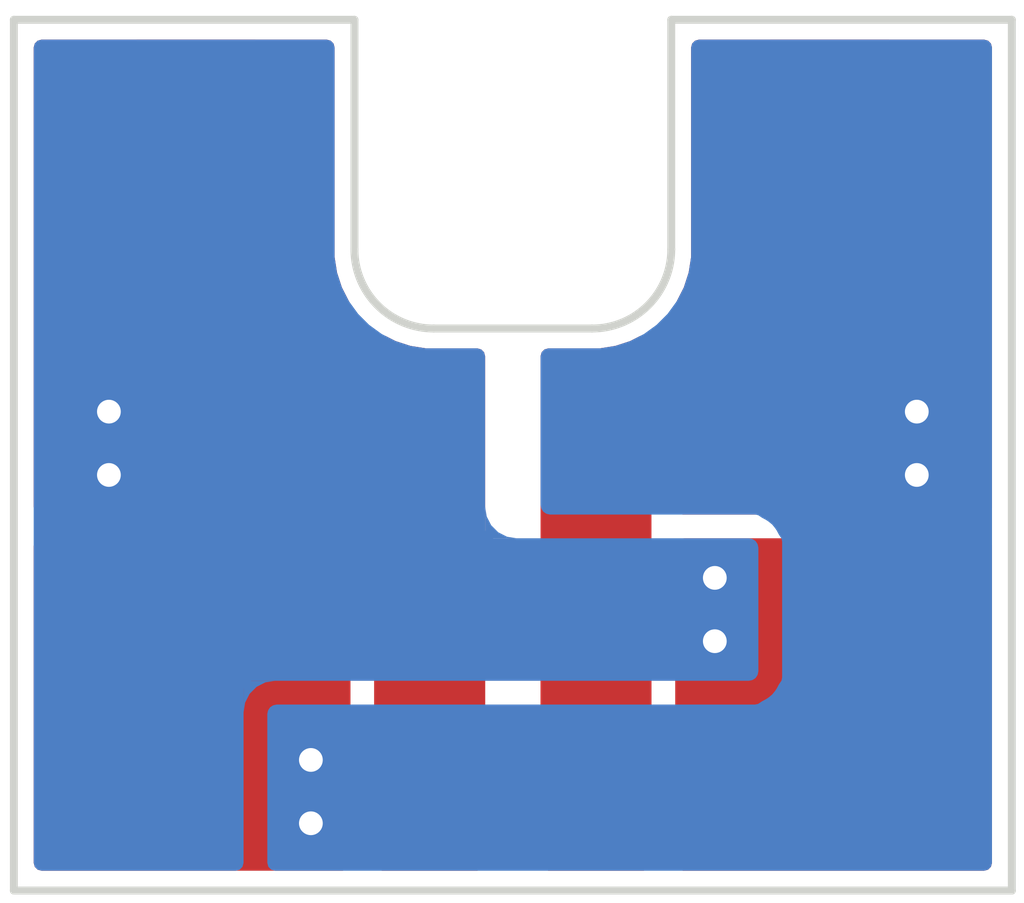
<source format=kicad_pcb>
(kicad_pcb (version 20221018) (generator pcbnew)
  (layers (0 "F.Cu" signal) (31 "B.Cu" signal) (34 "B.Paste" user) (35 "F.Paste" user) (36 "B.SilkS" user "B.Silkscreen") (37 "F.SilkS" user "F.Silkscreen") (38 "B.Mask" user) (39 "F.Mask" user) (44 "Edge.Cuts" user))
  (net 0 "")
  (net 1 "/PIN_B")
  (net 2 "/PIN_A")
  (net 3 "Net-(D1-KA)")
  (net 4 "Net-(D2-AK)")
  (footprint "Slonket_Footprints:D_LED_4040" (layer "F.Cu") (at 126.65 94.55 180)
    (fp_text reference "D1" hide)
    (fp_text value "RED-YEL" hide)
    (pad "1" smd rect (at -1.4 0.35 180) (size 1.4 3.7) (layers "F.Cu" "F.Paste" "F.Mask") (net 3 "Net-(D1-KA)"))
    (pad "2" smd rect (at 1.4 0.35 180) (size 1.4 3.7) (layers "F.Cu" "F.Paste" "F.Mask") (net 1 "/PIN_B"))
  )
  (footprint "Slonket_Footprints:R_1206" (layer "F.Cu") (at 126.65 90.95)
    (fp_text reference "R1" hide)
    (fp_text value "510" hide)
    (pad "1" smd rect (at -1.475 0) (size 1.15 1.8) (layers "F.Cu" "F.Paste" "F.Mask") (net 2 "/PIN_A"))
    (pad "2" smd rect (at 1.475 0) (size 1.15 1.8) (layers "F.Cu" "F.Paste" "F.Mask") (net 3 "Net-(D1-KA)"))
  )
  (footprint "Slonket_Footprints:R_1206" (layer "F.Cu") (at 131.55 90.95)
    (fp_text reference "R2" hide)
    (fp_text value "510" hide)
    (pad "1" smd rect (at -1.475 0) (size 1.15 1.8) (layers "F.Cu" "F.Paste" "F.Mask") (net 4 "Net-(D2-AK)"))
    (pad "2" smd rect (at 1.475 0) (size 1.15 1.8) (layers "F.Cu" "F.Paste" "F.Mask") (net 1 "/PIN_B"))
  )
  (footprint "Slonket_Footprints:J_Pad_1_Lego" (layer "F.Cu") (at 125.1 87.6 180)
    (fp_text reference "J1" hide)
    (fp_text value "PIN_A" hide)
    (pad "1" smd roundrect (at 0 0 180) (size 1.5 3.5) (layers "F.Cu" "F.Mask") (chamfer_ratio 0) (chamfer bottom_left bottom_right) (net 2 "/PIN_A"))
  )
  (footprint "Slonket_Footprints:D_LED_4040" (layer "F.Cu") (at 131.55 94.55 180)
    (fp_text reference "D2" hide)
    (fp_text value "RED-YEL" hide)
    (pad "1" smd rect (at -1.4 0.35 180) (size 1.4 3.7) (layers "F.Cu" "F.Paste" "F.Mask") (net 2 "/PIN_A"))
    (pad "2" smd rect (at 1.4 0.35 180) (size 1.4 3.7) (layers "F.Cu" "F.Paste" "F.Mask") (net 4 "Net-(D2-AK)"))
  )
  (footprint "Slonket_Footprints:J_Pad_1_Lego" (layer "F.Cu") (at 133.1 87.6 180)
    (fp_text reference "J2" hide)
    (fp_text value "PIN_B" hide)
    (pad "1" smd roundrect (at 0 0 180) (size 1.5 3.5) (layers "F.Cu" "F.Mask") (chamfer_ratio 0) (chamfer bottom_left bottom_right) (net 1 "/PIN_B"))
  )
  (gr_line (start 131.1 88.5) (end 131.1 85.6) (stroke (width 0.1)) (layer "Edge.Cuts"))
  (gr_line (start 122.8 85.6) (end 127.1 85.6) (stroke (width 0.1)) (layer "Edge.Cuts"))
  (gr_line (start 128.1 89.5) (end 130.1 89.5) (stroke (width 0.1)) (layer "Edge.Cuts"))
  (gr_arc (start 131.1 88.5) (mid 130.807107 89.207107) (end 130.1 89.5) (stroke (width 0.1)) (layer "Edge.Cuts"))
  (gr_line (start 127.1 85.6) (end 127.1 88.5) (stroke (width 0.1)) (layer "Edge.Cuts"))
  (gr_line (start 135.4 96.6) (end 135.4 85.6) (stroke (width 0.1)) (layer "Edge.Cuts"))
  (gr_arc (start 128.1 89.5) (mid 127.392893 89.207107) (end 127.1 88.5) (stroke (width 0.1)) (layer "Edge.Cuts"))
  (gr_line (start 122.8 85.6) (end 122.8 96.6) (stroke (width 0.1)) (layer "Edge.Cuts"))
  (gr_line (start 122.8 96.6) (end 135.4 96.6) (stroke (width 0.1)) (layer "Edge.Cuts"))
  (gr_line (start 135.4 85.6) (end 131.1 85.6) (stroke (width 0.1)) (layer "Edge.Cuts"))
  (via (at 134.2 90.55) (size 0.6) (drill 0.3) (layers "F.Cu" "B.Cu") (net 1))
  (via (at 134.2 91.35) (size 0.6) (drill 0.3) (layers "F.Cu" "B.Cu") (net 1))
  (via (at 126.55 94.95) (size 0.6) (drill 0.3) (layers "F.Cu" "B.Cu") (net 1))
  (via (at 126.55 95.75) (size 0.6) (drill 0.3) (layers "F.Cu" "B.Cu") (net 1))
  (via (at 131.65 93.45) (size 0.6) (drill 0.3) (layers "F.Cu" "B.Cu") (net 2))
  (via (at 131.65 92.65) (size 0.6) (drill 0.3) (layers "F.Cu" "B.Cu") (net 2))
  (via (at 124 90.55) (size 0.6) (drill 0.3) (layers "F.Cu" "B.Cu") (net 2))
  (via (at 124 91.35) (size 0.6) (drill 0.3) (layers "F.Cu" "B.Cu") (net 2))
  (zone (net 3) (net_name "Net-(D1-KA)") (layer "F.Cu") (priority 2) (connect_pads yes (clearance 0.2)) (min_thickness 0.2) (fill yes (thermal_gap 0.5) (thermal_bridge_width 0.5) (smoothing fillet) (radius 0.1))
    (polygon (pts (xy 128.75 96.6) (xy 128.75 89.5) (xy 127.35 89.5) (xy 127.35 92.15) (xy 127.35 96.6)))
  )
  (zone (net 1) (net_name "/PIN_B") (layer "F.Cu") (priority 1) (connect_pads yes (clearance 0.2)) (min_thickness 0.2) (fill yes (thermal_gap 0.5) (thermal_bridge_width 0.5) (smoothing fillet) (radius 0.1))
    (polygon (pts (xy 135.4 85.6) (xy 131.1 85.6) (xy 131.1 88.5) (xy 130.1 89.5) (xy 129.45 89.5) (xy 129.45 91.85) (xy 135.4 91.85)))
  )
  (zone (net 4) (net_name "Net-(D2-AK)") (layer "F.Cu") (priority 2) (connect_pads yes (clearance 0.2)) (min_thickness 0.2) (fill yes (thermal_gap 0.5) (thermal_bridge_width 0.5) (smoothing fillet) (radius 0.1))
    (polygon (pts (xy 129.45 96.6) (xy 129.45 89.5) (xy 130.85 89.5) (xy 130.85 96.6)))
  )
  (zone (net 0) (net_name "") (layer "F.Cu") (connect_pads yes (clearance 0)) (min_thickness 0.2)
    (keepout (tracks allowed) (vias allowed) (pads allowed) (copperpour not_allowed) (footprints allowed))
    (fill (thermal_gap 0.5) (thermal_bridge_width 0.5))
    (polygon (pts (xy 130.85 92.15) (xy 131.15 92.15) (xy 131.15 89.05) (xy 130.85 89.05)))
  )
  (zone (net 2) (net_name "/PIN_A") (layer "F.Cu") (priority 2) (connect_pads yes (clearance 0.2)) (min_thickness 0.2) (fill yes (thermal_gap 0.5) (thermal_bridge_width 0.5) (smoothing fillet) (radius 0.1))
    (polygon (pts (xy 131.15 96.6) (xy 135.4 96.6) (xy 135.4 92.15) (xy 131.15 92.15)))
  )
  (zone (net 0) (net_name "") (layer "F.Cu") (connect_pads yes (clearance 0)) (min_thickness 0.2)
    (keepout (tracks allowed) (vias allowed) (pads allowed) (copperpour not_allowed) (footprints allowed))
    (fill (thermal_gap 0.5) (thermal_bridge_width 0.5))
    (polygon (pts (xy 127.05 92.15) (xy 127.35 92.15) (xy 127.35 89.05) (xy 127.05 89.05)))
  )
  (zone (net 1) (net_name "/PIN_B") (layer "F.Cu") (priority 2) (connect_pads yes (clearance 0.2)) (min_thickness 0.2) (fill yes (thermal_gap 0.5) (thermal_bridge_width 0.5) (smoothing fillet) (radius 0.1))
    (polygon (pts (xy 122.8 96.6) (xy 127.05 96.6) (xy 127.05 92.15) (xy 122.8 92.15)))
  )
  (zone (net 2) (net_name "/PIN_A") (layer "F.Cu") (priority 1) (connect_pads yes (clearance 0.2)) (min_thickness 0.2) (fill yes (thermal_gap 0.5) (thermal_bridge_width 0.5) (smoothing fillet) (radius 0.1))
    (polygon (pts (xy 122.8 85.6) (xy 127.1 85.6) (xy 127.1 88.5) (xy 128.1 89.5) (xy 128.75 89.5) (xy 128.75 91.85) (xy 122.8 91.85)))
  )
  (zone (net 2) (net_name "/PIN_A") (layer "B.Cu") (priority 2) (connect_pads yes (clearance 0.2)) (min_thickness 0.2) (fill yes (thermal_gap 0.5) (thermal_bridge_width 0.5) (smoothing fillet) (radius 0.4))
    (polygon (pts (xy 125.7 94.75) (xy 125.7 93.95) (xy 126.65 93.95) (xy 126.65 93.25) (xy 124.85 93.25) (xy 124.85 94.75)))
  )
  (zone (net 2) (net_name "/PIN_A") (layer "B.Cu") (priority 2) (connect_pads yes (clearance 0.2)) (min_thickness 0.2) (fill yes (thermal_gap 0.5) (thermal_bridge_width 0.5) (smoothing fillet) (radius 0.4))
    (polygon (pts (xy 129.55 92.15) (xy 128.75 92.15) (xy 128.75 91.2) (xy 128.05 91.2) (xy 128.05 93) (xy 129.55 93)))
  )
  (zone (net 1) (net_name "/PIN_B") (layer "B.Cu") (priority 2) (connect_pads yes (clearance 0.2)) (min_thickness 0.2) (fill yes (thermal_gap 0.5) (thermal_bridge_width 0.5) (smoothing fillet) (radius 0.1))
    (polygon (pts (xy 135.4 85.6) (xy 131.1 85.6) (xy 131.1 88.5) (xy 130.1 89.5) (xy 129.45 89.5) (xy 129.45 91.85) (xy 132.2 91.85) (xy 132.5 92.15) (xy 132.5 93.95) (xy 132.2 94.25) (xy 126 94.25) (xy 126 96.6) (xy 130.85 96.6) (xy 135.4 96.6)))
  )
  (zone (net 2) (net_name "/PIN_A") (layer "B.Cu") (priority 3) (connect_pads yes (clearance 0.2)) (min_thickness 0.2) (fill yes (thermal_gap 0.5) (thermal_bridge_width 0.5) (smoothing fillet) (radius 0.1))
    (polygon (pts (xy 122.8 85.6) (xy 127.1 85.6) (xy 127.1 88.5) (xy 128.1 89.5) (xy 128.75 89.5) (xy 128.75 92.15) (xy 132.2 92.15) (xy 132.2 93.95) (xy 125.7 93.95) (xy 125.7 96.6) (xy 122.8 96.6)))
  )
)
</source>
